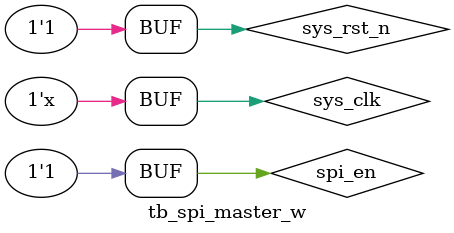
<source format=v>

                                                                                
// Verilog Test Bench template for design : uart_recv
// 
// Simulation tool : ModelSim-Altera (Verilog)
// 



`timescale 1 ns/ 1 ns
module tb_spi_master_w();
// constants                                           
// general purpose registers
// test vector input registers
reg				sys_clk;
reg				sys_rst_n;
	
reg				spi_en;		
reg		[15:0]	spi_sdata;
wire			spi_done;	
wire			spi_csn	;
wire			spi_clk;	
wire			spi_mosi;	
wire			spi_miso;	



// assign statements (if any)                          
spi_master 	spi_master_inst (
// port map - connection between master ports and signals/registers   
//system signals    
	//sys_interface
.sys_clk		(sys_clk),//ÏµÍ³Ê±ÖÓ50Mhz
.rst_n			(sys_rst_n),
.spi_en			(spi_en),
.spi_sdata		(16'haaaa),
.spi_wr_ctrl	(1'b0),
.spi_done		(spi_done),
.spi_csn		(spi_csn),	
.spi_clk		(spi_clk),//50-60mhz
.spi_mosi		(spi_mosi),
.spi_miso		(spi_miso)//¶ÁÊäÈë¹Ü½Å²»½øÐÐ±à³Ì    
);
//F1Ã»ÓÐÖÃ1µÄ³õÊ¼»¯
initial   begin   
sys_clk= 1;                       
sys_rst_n <= 0;
spi_en <=0;
#50	
sys_rst_n <= 1;    
#10_000  
spi_en <=1;                       
//$display("Running testbench");                       
end 


always   #20 sys_clk = ~sys_clk;

                                              
endmodule


</source>
